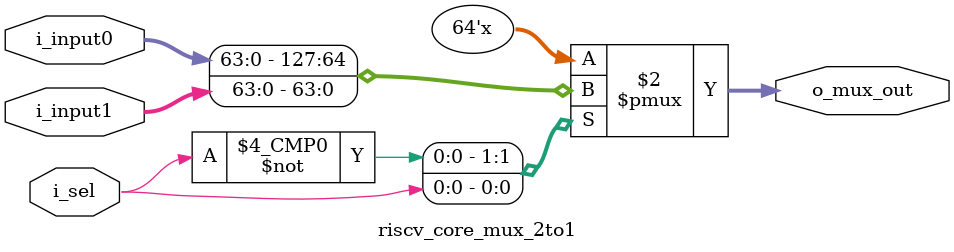
<source format=sv>
module riscv_core_mux_2to1 #(
    parameter DATA_WIDTH = 64 
) (
    input logic [DATA_WIDTH-1 :0] i_input0 ,
    input logic [DATA_WIDTH-1 :0] i_input1 ,
    input logic                   i_sel ,
    output logic [DATA_WIDTH-1 :0] o_mux_out
);

always_comb begin : MUX_PROC
    o_mux_out = 0;
    case (i_sel)
      1'b0  : o_mux_out = i_input0;
      1'b1  : o_mux_out = i_input1;
     default: o_mux_out = 0;
    endcase    
end
    
endmodule
</source>
